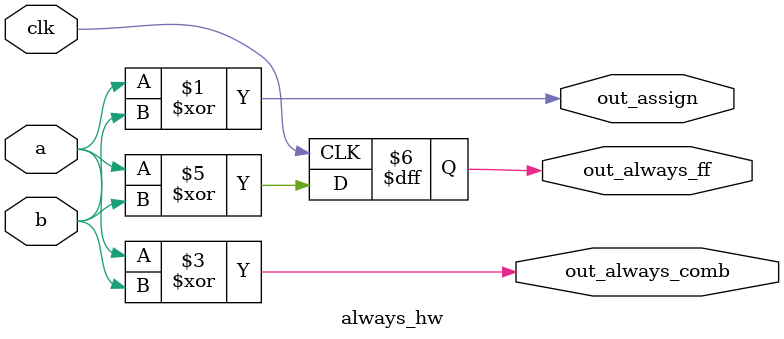
<source format=sv>

module always_hw(
    input clk,
    input a,
    input b,
    output wire out_assign,
    output reg out_always_comb,
    output reg out_always_ff   );
    
    assign out_assign = a ^ b;
    
    always@(*) begin
        out_always_comb = a ^ b;
    end
    
    always@(posedge clk) begin
        out_always_ff = a ^ b;
    end

endmodule

</source>
